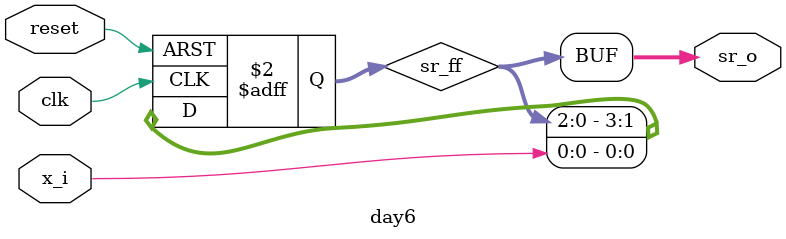
<source format=sv>
module day6(
  input     wire        clk,
  input     wire        reset,
  input     wire        x_i,      // Serial input

  output    wire[3:0]   sr_o
);

  logic [3:0] sr_ff;
  always_ff @(posedge clk or posedge reset)
    if(reset)
      sr_ff <= 4'h0;
  	else
      sr_ff <= {sr_ff[2:0],x_i};
	assign sr_o = sr_ff;
endmodule

</source>
